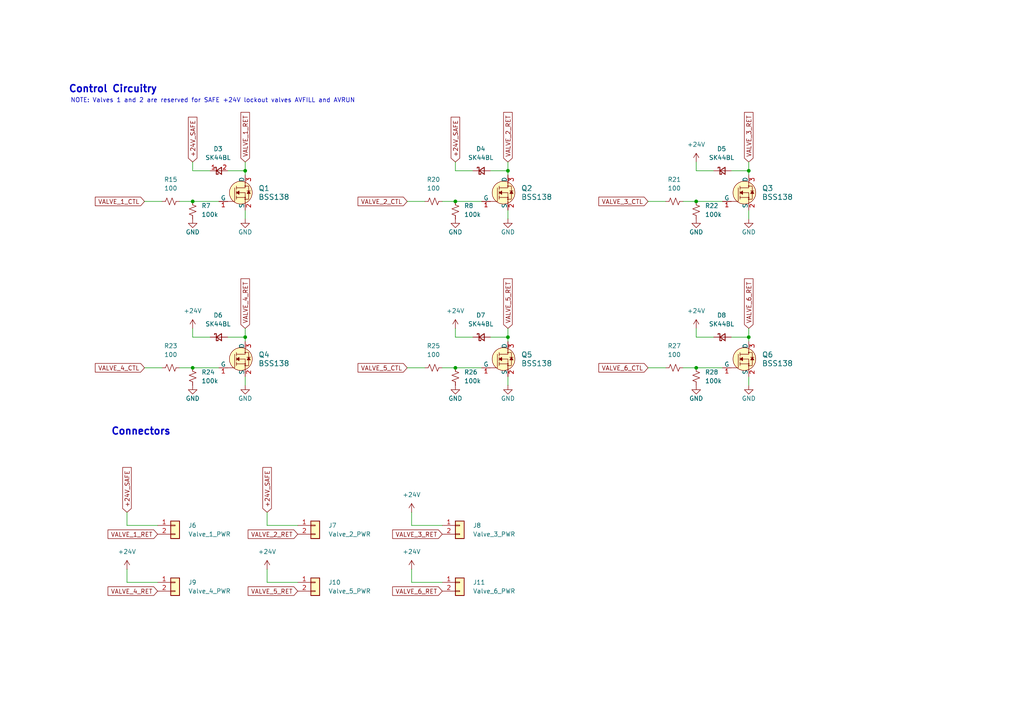
<source format=kicad_sch>
(kicad_sch (version 20250114) (generator "eeschema") (generator_version "9.0")
  (paper "A4")
  (title_block (title "Valve Control") (rev "0.1.0") (company "Queen's Rocket Engineering Team"))
  (lib_symbols
    (symbol "Connector_Generic:Conn_01x02" (pin_names (offset 1.016) (hide yes))
      (property "Reference" "J" (at 0 2.54 0))
      (property "Value" "Conn_01x02" (at 0 -5.08 0))
      (symbol "Conn_01x02_1_1"
        (rectangle (start -1.27 1.27) (end 1.27 -3.81) (stroke (width 0.254)) (fill (type background)))
        (rectangle (start -1.27 0.127) (end 0 -0.127) (stroke (width 0.1524)))
        (rectangle (start -1.27 -2.413) (end 0 -2.667) (stroke (width 0.1524)))
        (pin passive line (at -5.08 0 0) (length 3.81) (name "Pin_1") (number "1"))
        (pin passive line (at -5.08 -2.54 0) (length 3.81) (name "Pin_2") (number "2"))
      )
    )
    (symbol "D_Schottky_Small_1" (pin_names (offset 0.254) (hide yes))
      (property "Reference" "D" (at -1.27 2.032 0))
      (property "Value" "D_Schottky_Small" (at -7.112 -2.032 0))
      (symbol "D_Schottky_Small_1_0_1"
        (polyline (pts (xy -1.27 0.762) (xy -1.27 1.016) (xy -0.762 1.016) (xy -0.762 -1.016) (xy -0.254 -1.016) (xy -0.254 -0.762)) (stroke (width 0.254)))
        (polyline (pts (xy -0.762 0) (xy 0.762 0)))
        (polyline (pts (xy 0.762 -1.016) (xy -0.762 0) (xy 0.762 1.016) (xy 0.762 -1.016)) (stroke (width 0.254)))
      )
      (symbol "D_Schottky_Small_1_1_1"
        (pin passive line (at -2.54 0 0) (length 1.778) (name "K") (number "1"))
        (pin passive line (at 2.54 0 180) (length 1.778) (name "A") (number "2"))
      )
    )
    (symbol "Device:D_Schottky_Small" (pin_numbers (hide yes)) (pin_names (offset 0.254) (hide yes))
      (property "Reference" "D" (at -1.27 2.032 0))
      (property "Value" "D_Schottky_Small" (at -7.112 -2.032 0))
      (symbol "D_Schottky_Small_0_1"
        (polyline (pts (xy -1.27 0.762) (xy -1.27 1.016) (xy -0.762 1.016) (xy -0.762 -1.016) (xy -0.254 -1.016) (xy -0.254 -0.762)) (stroke (width 0.254)))
        (polyline (pts (xy -0.762 0) (xy 0.762 0)))
        (polyline (pts (xy 0.762 -1.016) (xy -0.762 0) (xy 0.762 1.016) (xy 0.762 -1.016)) (stroke (width 0.254)))
      )
      (symbol "D_Schottky_Small_1_1"
        (pin passive line (at -2.54 0 0) (length 1.778) (name "K") (number "1"))
        (pin passive line (at 2.54 0 180) (length 1.778) (name "A") (number "2"))
      )
    )
    (symbol "Device:R_Small_US" (pin_numbers (hide yes)) (pin_names (offset 0.254) (hide yes))
      (property "Reference" "R" (at 0.762 0.508 0))
      (property "Value" "R_Small_US" (at 0.762 -1.016 0))
      (symbol "R_Small_US_1_1"
        (polyline (pts (xy 0 1.524) (xy 1.016 1.143) (xy 0 0.762) (xy -1.016 0.381) (xy 0 0)))
        (polyline (pts (xy 0 0) (xy 1.016 -0.381) (xy 0 -0.762) (xy -1.016 -1.143) (xy 0 -1.524)))
        (pin passive line (at 0 2.54 270) (length 1.016) (name "~") (number "1"))
        (pin passive line (at 0 -2.54 90) (length 1.016) (name "~") (number "2"))
      )
    )
    (symbol "dk_Transistors-FETs-MOSFETs-Single:BSS138" (pin_names (offset 0))
      (property "Reference" "Q" (at -2.6924 3.6322 0))
      (property "Value" "BSS138" (at 3.4544 0 90))
      (symbol "BSS138_0_1"
        (polyline (pts (xy -5.08 -2.54) (xy -3.048 -2.54) (xy -3.048 1.397)))
        (circle (center -1.27 0) (radius 3.302) (fill (type background)))
        (polyline (pts (xy -0.127 -1.905) (xy 1.016 -1.905) (xy 1.016 1.397) (xy 1.016 1.905) (xy -0.127 1.905)))
        (polyline (pts (xy 0 2.54) (xy 0 1.397) (xy -2.54 1.397)))
        (circle (center 0 1.905) (radius 0.127))
        (polyline (pts (xy 0 -1.397) (xy -2.54 -1.397)))
        (circle (center 0 -1.397) (radius 0.127))
        (circle (center 0 -1.905) (radius 0.127))
        (polyline (pts (xy 0 -2.54) (xy 0 0) (xy -2.54 0)))
      )
      (symbol "BSS138_1_1"
        (polyline (pts (xy -2.54 1.905) (xy -2.54 0.889)))
        (polyline (pts (xy -2.54 0) (xy -2.54 0.508)))
        (polyline (pts (xy -2.54 0) (xy -2.54 -0.508)))
        (polyline (pts (xy -2.54 0) (xy -1.778 0.508) (xy -1.778 -0.508) (xy -2.54 0)) (fill (type outline)))
        (polyline (pts (xy -2.54 -1.397) (xy -2.54 -0.889)))
        (polyline (pts (xy -2.54 -1.397) (xy -2.54 -1.905)))
        (polyline (pts (xy 1.016 0.508) (xy 0.508 -0.254) (xy 1.524 -0.254) (xy 1.016 0.508)) (fill (type outline)))
        (polyline (pts (xy 1.524 0.508) (xy 0.508 0.508)))
        (pin bidirectional line (at -7.62 -2.54 0) (length 2.54) (name "G") (number "1"))
        (pin bidirectional line (at 0 5.08 270) (length 2.54) (name "D") (number "3"))
        (pin bidirectional line (at 0 -5.08 90) (length 2.54) (name "S") (number "2"))
      )
    )
    (symbol "power:+24V" (power) (pin_numbers (hide yes)) (pin_names (offset 0) (hide yes))
      (property "Value" "+24V" (at 0 3.556 0))
      (symbol "+24V_0_1"
        (polyline (pts (xy -0.762 1.27) (xy 0 2.54)))
        (polyline (pts (xy 0 2.54) (xy 0.762 1.27)))
        (polyline (pts (xy 0 0) (xy 0 2.54)))
      )
      (symbol "+24V_1_1"
        (pin power_in line (at 0 0 90) (length 0) (name "~") (number "1"))
      )
    )
    (symbol "power:GND" (power) (pin_numbers (hide yes)) (pin_names (offset 0) (hide yes))
      (property "Value" "GND" (at 0 -3.81 0))
      (symbol "GND_0_1"
        (polyline (pts (xy 0 0) (xy 0 -1.27) (xy 1.27 -1.27) (xy 0 -2.54) (xy -1.27 -1.27) (xy 0 -1.27)))
      )
      (symbol "GND_1_1"
        (pin power_in line (at 0 0 270) (length 0) (name "~") (number "1"))
      )
    )
  )
  (text "NOTE: Valves 1 and 2 are reserved for SAFE +24V lockout valves AVFILL and AVRUN" (at 61.722 29.21 0) (effects (font (size 1.27 1.27) (thickness 0.1588))))
  (text "Control Circuitry\n" (at 32.766 25.908 0) (effects (font (size 2.032 2.032) (thickness 0.4064) (bold yes))))
  (text "Connectors" (at 40.894 125.222 0) (effects (font (size 2.032 2.032) (thickness 0.4064) (bold yes))))
  (junction (at 217.17 49.53))
  (junction (at 55.88 106.68))
  (junction (at 147.32 97.79))
  (junction (at 132.08 106.68))
  (junction (at 201.93 106.68))
  (junction (at 217.17 97.79))
  (junction (at 147.32 49.53))
  (junction (at 71.12 49.53))
  (junction (at 201.93 58.42))
  (junction (at 71.12 97.79))
  (junction (at 132.08 58.42))
  (junction (at 55.88 58.42))
  (wire (pts (xy 41.91 58.42) (xy 46.99 58.42)))
  (wire (pts (xy 41.91 106.68) (xy 46.99 106.68)))
  (wire (pts (xy 52.07 106.68) (xy 55.88 106.68)))
  (wire (pts (xy 55.88 106.68) (xy 63.5 106.68)))
  (wire (pts (xy 147.32 109.22) (xy 147.32 111.76)))
  (wire (pts (xy 128.27 106.68) (xy 132.08 106.68)))
  (wire (pts (xy 132.08 95.25) (xy 132.08 97.79)))
  (wire (pts (xy 217.17 49.53) (xy 217.17 50.8)))
  (wire (pts (xy 217.17 109.22) (xy 217.17 111.76)))
  (wire (pts (xy 132.08 106.68) (xy 139.7 106.68)))
  (wire (pts (xy 128.27 168.91) (xy 119.38 168.91)))
  (wire (pts (xy 45.72 168.91) (xy 36.83 168.91)))
  (wire (pts (xy 71.12 60.96) (xy 71.12 63.5)))
  (wire (pts (xy 66.04 49.53) (xy 71.12 49.53)))
  (wire (pts (xy 118.11 106.68) (xy 123.19 106.68)))
  (wire (pts (xy 71.12 97.79) (xy 71.12 99.06)))
  (wire (pts (xy 71.12 95.25) (xy 71.12 97.79)))
  (wire (pts (xy 147.32 97.79) (xy 147.32 99.06)))
  (wire (pts (xy 128.27 152.4) (xy 119.38 152.4)))
  (wire (pts (xy 119.38 165.1) (xy 119.38 168.91)))
  (wire (pts (xy 201.93 58.42) (xy 209.55 58.42)))
  (wire (pts (xy 71.12 49.53) (xy 71.12 50.8)))
  (wire (pts (xy 77.47 148.59) (xy 77.47 152.4)))
  (wire (pts (xy 71.12 109.22) (xy 71.12 111.76)))
  (wire (pts (xy 147.32 60.96) (xy 147.32 63.5)))
  (wire (pts (xy 137.16 49.53) (xy 132.08 49.53)))
  (wire (pts (xy 201.93 46.99) (xy 201.93 49.53)))
  (wire (pts (xy 60.96 49.53) (xy 55.88 49.53)))
  (wire (pts (xy 128.27 58.42) (xy 132.08 58.42)))
  (wire (pts (xy 86.36 168.91) (xy 77.47 168.91)))
  (wire (pts (xy 66.04 97.79) (xy 71.12 97.79)))
  (wire (pts (xy 217.17 97.79) (xy 217.17 99.06)))
  (wire (pts (xy 147.32 46.99) (xy 147.32 49.53)))
  (wire (pts (xy 71.12 46.99) (xy 71.12 49.53)))
  (wire (pts (xy 147.32 95.25) (xy 147.32 97.79)))
  (wire (pts (xy 86.36 152.4) (xy 77.47 152.4)))
  (wire (pts (xy 142.24 49.53) (xy 147.32 49.53)))
  (wire (pts (xy 212.09 49.53) (xy 217.17 49.53)))
  (wire (pts (xy 132.08 46.99) (xy 132.08 49.53)))
  (wire (pts (xy 77.47 165.1) (xy 77.47 168.91)))
  (wire (pts (xy 137.16 97.79) (xy 132.08 97.79)))
  (wire (pts (xy 217.17 95.25) (xy 217.17 97.79)))
  (wire (pts (xy 36.83 165.1) (xy 36.83 168.91)))
  (wire (pts (xy 201.93 95.25) (xy 201.93 97.79)))
  (wire (pts (xy 212.09 97.79) (xy 217.17 97.79)))
  (wire (pts (xy 217.17 46.99) (xy 217.17 49.53)))
  (wire (pts (xy 55.88 58.42) (xy 63.5 58.42)))
  (wire (pts (xy 201.93 106.68) (xy 209.55 106.68)))
  (wire (pts (xy 119.38 148.59) (xy 119.38 152.4)))
  (wire (pts (xy 207.01 49.53) (xy 201.93 49.53)))
  (wire (pts (xy 142.24 97.79) (xy 147.32 97.79)))
  (wire (pts (xy 198.12 106.68) (xy 201.93 106.68)))
  (wire (pts (xy 217.17 60.96) (xy 217.17 63.5)))
  (wire (pts (xy 118.11 58.42) (xy 123.19 58.42)))
  (wire (pts (xy 207.01 97.79) (xy 201.93 97.79)))
  (wire (pts (xy 60.96 97.79) (xy 55.88 97.79)))
  (wire (pts (xy 187.96 106.68) (xy 193.04 106.68)))
  (wire (pts (xy 187.96 58.42) (xy 193.04 58.42)))
  (wire (pts (xy 52.07 58.42) (xy 55.88 58.42)))
  (wire (pts (xy 55.88 95.25) (xy 55.88 97.79)))
  (wire (pts (xy 198.12 58.42) (xy 201.93 58.42)))
  (wire (pts (xy 132.08 58.42) (xy 139.7 58.42)))
  (wire (pts (xy 45.72 152.4) (xy 36.83 152.4)))
  (wire (pts (xy 55.88 46.99) (xy 55.88 49.53)))
  (wire (pts (xy 147.32 49.53) (xy 147.32 50.8)))
  (wire (pts (xy 36.83 148.59) (xy 36.83 152.4)))
  (global_label "VALVE_2_RET" (shape input) (at 147.32 46.99 90) (property "Intersheetrefs" "${INTERSHEET_REFS}" (effects (hide yes))))
  (global_label "VALVE_1_CTL" (shape input) (at 41.91 58.42 180) (property "Intersheetrefs" "${INTERSHEET_REFS}" (effects (hide yes))))
  (global_label "+24V_SAFE" (shape input) (at 55.88 46.99 90) (property "Intersheetrefs" "${INTERSHEET_REFS}" (effects (hide yes))))
  (global_label "VALVE_2_CTL" (shape input) (at 118.11 58.42 180) (property "Intersheetrefs" "${INTERSHEET_REFS}" (effects (hide yes))))
  (global_label "VALVE_5_RET" (shape input) (at 147.32 95.25 90) (property "Intersheetrefs" "${INTERSHEET_REFS}" (effects (hide yes))))
  (global_label "VALVE_5_RET" (shape input) (at 86.36 171.45 180) (property "Intersheetrefs" "${INTERSHEET_REFS}" (effects (hide yes))))
  (global_label "VALVE_4_RET" (shape input) (at 45.72 171.45 180) (property "Intersheetrefs" "${INTERSHEET_REFS}" (effects (hide yes))))
  (global_label "VALVE_1_RET" (shape input) (at 45.72 154.94 180) (property "Intersheetrefs" "${INTERSHEET_REFS}" (effects (hide yes))))
  (global_label "VALVE_4_RET" (shape input) (at 71.12 95.25 90) (property "Intersheetrefs" "${INTERSHEET_REFS}" (effects (hide yes))))
  (global_label "VALVE_6_CTL" (shape input) (at 187.96 106.68 180) (property "Intersheetrefs" "${INTERSHEET_REFS}" (effects (hide yes))))
  (global_label "VALVE_3_CTL" (shape input) (at 187.96 58.42 180) (property "Intersheetrefs" "${INTERSHEET_REFS}" (effects (hide yes))))
  (global_label "VALVE_4_CTL" (shape input) (at 41.91 106.68 180) (property "Intersheetrefs" "${INTERSHEET_REFS}" (effects (hide yes))))
  (global_label "VALVE_5_CTL" (shape input) (at 118.11 106.68 180) (property "Intersheetrefs" "${INTERSHEET_REFS}" (effects (hide yes))))
  (global_label "VALVE_3_RET" (shape input) (at 128.27 154.94 180) (property "Intersheetrefs" "${INTERSHEET_REFS}" (effects (hide yes))))
  (global_label "VALVE_2_RET" (shape input) (at 86.36 154.94 180) (property "Intersheetrefs" "${INTERSHEET_REFS}" (effects (hide yes))))
  (global_label "VALVE_1_RET" (shape input) (at 71.12 46.99 90) (property "Intersheetrefs" "${INTERSHEET_REFS}" (effects (hide yes))))
  (global_label "+24V_SAFE" (shape input) (at 77.47 148.59 90) (property "Intersheetrefs" "${INTERSHEET_REFS}" (effects (hide yes))))
  (global_label "VALVE_6_RET" (shape input) (at 128.27 171.45 180) (property "Intersheetrefs" "${INTERSHEET_REFS}" (effects (hide yes))))
  (global_label "+24V_SAFE" (shape input) (at 132.08 46.99 90) (property "Intersheetrefs" "${INTERSHEET_REFS}" (effects (hide yes))))
  (global_label "VALVE_3_RET" (shape input) (at 217.17 46.99 90) (property "Intersheetrefs" "${INTERSHEET_REFS}" (effects (hide yes))))
  (global_label "+24V_SAFE" (shape input) (at 36.83 148.59 90) (property "Intersheetrefs" "${INTERSHEET_REFS}" (effects (hide yes))))
  (global_label "VALVE_6_RET" (shape input) (at 217.17 95.25 90) (property "Intersheetrefs" "${INTERSHEET_REFS}" (effects (hide yes))))
  (symbol (lib_name "D_Schottky_Small_1") (lib_id "Device:D_Schottky_Small") (at 63.5 49.53 0) (unit 1)
    (property "Reference" "D3" (at 63.246 43.18 0))
    (property "Value" "SK44BL" (at 63.246 45.72 0))
    (property "Footprint" "Diode_SMD:D_SMB" (effects (hide yes)))
    (property "Description" "Schottky diode, small symbol" (effects (hide yes)))
    (property "MPN" "SK44BL-TP" (effects (hide yes)))
    (property "LCSC" "C151740" (effects (hide yes)))
  )
  (symbol (lib_id "Device:D_Schottky_Small") (at 139.7 49.53 0) (unit 1)
    (property "Reference" "D4" (at 139.446 43.18 0))
    (property "Value" "SK44BL" (at 139.446 45.72 0))
    (property "Footprint" "Diode_SMD:D_SMB" (effects (hide yes)))
    (property "Description" "Schottky diode, small symbol" (effects (hide yes)))
    (property "MPN" "SK44BL-TP" (effects (hide yes)))
    (property "LCSC" "C151740" (effects (hide yes)))
  )
  (symbol (lib_id "power:GND") (at 71.12 63.5 0) (unit 1)
    (property "Reference" "#PWR057" (effects (hide yes)))
    (property "Value" "GND" (at 71.12 67.31 0))
    (property "Description" "Power symbol creates a global label with name \"GND\" , ground" (effects (hide yes)))
  )
  (symbol (lib_id "power:GND") (at 132.08 111.76 0) (unit 1)
    (property "Reference" "#PWR070" (effects (hide yes)))
    (property "Value" "GND" (at 132.08 115.57 0))
    (property "Description" "Power symbol creates a global label with name \"GND\" , ground" (effects (hide yes)))
  )
  (symbol (lib_id "Device:R_Small_US") (at 55.88 109.22 0) (unit 1)
    (property "Reference" "R24" (at 58.42 107.9499 0) (effects (justify left)))
    (property "Value" "100k" (at 58.42 110.4899 0) (effects (justify left)))
    (property "Footprint" "Resistor_SMD:R_0402_1005Metric" (effects (hide yes)))
    (property "Description" "Resistor, small US symbol" (effects (hide yes)))
    (property "MPN" "0402WGJ0104TCE" (effects (hide yes)))
    (property "LCSC" "C25530" (effects (hide yes)))
  )
  (symbol (lib_id "Device:R_Small_US") (at 195.58 58.42 90) (unit 1)
    (property "Reference" "R21" (at 195.58 52.07 90))
    (property "Value" "100" (at 195.58 54.61 90))
    (property "Footprint" "Resistor_SMD:R_0402_1005Metric" (effects (hide yes)))
    (property "Description" "Resistor, small US symbol" (effects (hide yes)))
    (property "MPN" "0402WGF1000TCE" (effects (hide yes)))
    (property "LCSC" "C25076" (effects (hide yes)))
  )
  (symbol (lib_id "power:+24V") (at 55.88 95.25 0) (unit 1)
    (property "Reference" "#PWR066" (effects (hide yes)))
    (property "Value" "+24V" (at 55.88 90.17 0))
    (property "Description" "Power symbol creates a global label with name \"+24V\"" (effects (hide yes)))
  )
  (symbol (lib_id "power:GND") (at 217.17 63.5 0) (unit 1)
    (property "Reference" "#PWR065" (effects (hide yes)))
    (property "Value" "GND" (at 217.17 67.31 0))
    (property "Description" "Power symbol creates a global label with name \"GND\" , ground" (effects (hide yes)))
  )
  (symbol (lib_id "Device:R_Small_US") (at 49.53 58.42 90) (unit 1)
    (property "Reference" "R15" (at 49.53 52.07 90))
    (property "Value" "100" (at 49.53 54.61 90))
    (property "Footprint" "Resistor_SMD:R_0402_1005Metric" (effects (hide yes)))
    (property "Description" "Resistor, small US symbol" (effects (hide yes)))
    (property "MPN" "0402WGF1000TCE" (effects (hide yes)))
    (property "LCSC" "C25076" (effects (hide yes)))
  )
  (symbol (lib_id "power:GND") (at 55.88 111.76 0) (unit 1)
    (property "Reference" "#PWR067" (effects (hide yes)))
    (property "Value" "GND" (at 55.88 115.57 0))
    (property "Description" "Power symbol creates a global label with name \"GND\" , ground" (effects (hide yes)))
  )
  (symbol (lib_id "dk_Transistors-FETs-MOSFETs-Single:BSS138") (at 147.32 55.88 0) (unit 1)
    (property "Reference" "Q2" (at 151.13 54.6099 0) (effects (font (size 1.524 1.524)) (justify left)))
    (property "Value" "BSS138" (at 151.13 57.1499 0) (effects (font (size 1.524 1.524)) (justify left)))
    (property "Footprint" "Package_TO_SOT_SMD:SOT-23-3" (effects (hide yes)))
    (property "Datasheet" "https://www.onsemi.com/pub/Collateral/BSS138-D.PDF" (effects (hide yes)))
    (property "Description" "MOSFET N-CH 50V 220MA SOT-23" (effects (hide yes)))
    (property "MPN" "BSS138" (effects (hide yes)))
    (property "LCSC" "C8490" (effects (hide yes)))
    (property "Category" "Discrete Semiconductor Products" (effects (hide yes)))
    (property "Family" "Transistors - FETs, MOSFETs - Single" (effects (hide yes)))
    (property "DK_Datasheet_Link" "https://www.onsemi.com/pub/Collateral/BSS138-D.PDF" (effects (hide yes)))
    (property "DK_Detail_Page" "/product-detail/en/on-semiconductor/BSS138/BSS138CT-ND/244294" (effects (hide yes)))
    (property "Description_1" "MOSFET N-CH 50V 220MA SOT-23" (effects (hide yes)))
    (property "Manufacturer" "ON Semiconductor" (effects (hide yes)))
    (property "Status" "Active" (effects (hide yes)))
  )
  (symbol (lib_id "dk_Transistors-FETs-MOSFETs-Single:BSS138") (at 217.17 55.88 0) (unit 1)
    (property "Reference" "Q3" (at 220.98 54.6099 0) (effects (font (size 1.524 1.524)) (justify left)))
    (property "Value" "BSS138" (at 220.98 57.1499 0) (effects (font (size 1.524 1.524)) (justify left)))
    (property "Footprint" "Package_TO_SOT_SMD:SOT-23-3" (effects (hide yes)))
    (property "Datasheet" "https://www.onsemi.com/pub/Collateral/BSS138-D.PDF" (effects (hide yes)))
    (property "Description" "MOSFET N-CH 50V 220MA SOT-23" (effects (hide yes)))
    (property "Digi-Key_PN" "BSS138CT-ND" (effects (hide yes)))
    (property "MPN" "BSS138" (effects (hide yes)))
    (property "Category" "Discrete Semiconductor Products" (effects (hide yes)))
    (property "Family" "Transistors - FETs, MOSFETs - Single" (effects (hide yes)))
    (property "DK_Datasheet_Link" "https://www.onsemi.com/pub/Collateral/BSS138-D.PDF" (effects (hide yes)))
    (property "DK_Detail_Page" "/product-detail/en/on-semiconductor/BSS138/BSS138CT-ND/244294" (effects (hide yes)))
    (property "Description_1" "MOSFET N-CH 50V 220MA SOT-23" (effects (hide yes)))
    (property "Manufacturer" "ON Semiconductor" (effects (hide yes)))
    (property "Status" "Active" (effects (hide yes)))
    (property "LCSC" "C8490" (effects (hide yes)))
  )
  (symbol (lib_id "Device:R_Small_US") (at 132.08 109.22 0) (unit 1)
    (property "Reference" "R26" (at 134.62 107.9499 0) (effects (justify left)))
    (property "Value" "100k" (at 134.62 110.4899 0) (effects (justify left)))
    (property "Footprint" "Resistor_SMD:R_0402_1005Metric" (effects (hide yes)))
    (property "Description" "Resistor, small US symbol" (effects (hide yes)))
    (property "MPN" "0402WGJ0104TCE" (effects (hide yes)))
    (property "LCSC" "C25530" (effects (hide yes)))
  )
  (symbol (lib_id "dk_Transistors-FETs-MOSFETs-Single:BSS138") (at 217.17 104.14 0) (unit 1)
    (property "Reference" "Q6" (at 220.98 102.8699 0) (effects (font (size 1.524 1.524)) (justify left)))
    (property "Value" "BSS138" (at 220.98 105.4099 0) (effects (font (size 1.524 1.524)) (justify left)))
    (property "Footprint" "Package_TO_SOT_SMD:SOT-23-3" (effects (hide yes)))
    (property "Datasheet" "https://www.onsemi.com/pub/Collateral/BSS138-D.PDF" (effects (hide yes)))
    (property "Description" "MOSFET N-CH 50V 220MA SOT-23" (effects (hide yes)))
    (property "Digi-Key_PN" "BSS138CT-ND" (effects (hide yes)))
    (property "MPN" "BSS138" (effects (hide yes)))
    (property "Category" "Discrete Semiconductor Products" (effects (hide yes)))
    (property "Family" "Transistors - FETs, MOSFETs - Single" (effects (hide yes)))
    (property "DK_Datasheet_Link" "https://www.onsemi.com/pub/Collateral/BSS138-D.PDF" (effects (hide yes)))
    (property "DK_Detail_Page" "/product-detail/en/on-semiconductor/BSS138/BSS138CT-ND/244294" (effects (hide yes)))
    (property "Description_1" "MOSFET N-CH 50V 220MA SOT-23" (effects (hide yes)))
    (property "Manufacturer" "ON Semiconductor" (effects (hide yes)))
    (property "Status" "Active" (effects (hide yes)))
    (property "LCSC" "C8490" (effects (hide yes)))
  )
  (symbol (lib_id "Device:R_Small_US") (at 195.58 106.68 90) (unit 1)
    (property "Reference" "R27" (at 195.58 100.33 90))
    (property "Value" "100" (at 195.58 102.87 90))
    (property "Footprint" "Resistor_SMD:R_0402_1005Metric" (effects (hide yes)))
    (property "Description" "Resistor, small US symbol" (effects (hide yes)))
    (property "MPN" "0402WGF1000TCE" (effects (hide yes)))
    (property "LCSC" "C25076" (effects (hide yes)))
  )
  (symbol (lib_id "Connector_Generic:Conn_01x02") (at 50.8 152.4 0) (unit 1)
    (property "Reference" "J6" (at 54.61 152.3999 0) (effects (justify left)))
    (property "Value" "Valve_1_PWR" (at 54.61 154.9399 0) (effects (justify left)))
    (property "Footprint" "Connector_JST:JST_XH_B2B-XH-A_1x02_P2.50mm_Vertical" (effects (hide yes)))
    (property "Description" "Generic connector, single row, 01x02, script generated (kicad-library-utils/schlib/autogen/connector/)" (effects (hide yes)))
    (property "MPN" "XH-2A" (effects (hide yes)))
    (property "LCSC" "C20079" (effects (hide yes)))
  )
  (symbol (lib_id "Connector_Generic:Conn_01x02") (at 133.35 152.4 0) (unit 1)
    (property "Reference" "J8" (at 137.16 152.3999 0) (effects (justify left)))
    (property "Value" "Valve_3_PWR" (at 137.16 154.9399 0) (effects (justify left)))
    (property "Footprint" "Connector_JST:JST_XH_B2B-XH-A_1x02_P2.50mm_Vertical" (effects (hide yes)))
    (property "Description" "Generic connector, single row, 01x02, script generated (kicad-library-utils/schlib/autogen/connector/)" (effects (hide yes)))
    (property "MPN" "XH-2A" (effects (hide yes)))
    (property "LCSC" "C20079" (effects (hide yes)))
  )
  (symbol (lib_id "Device:R_Small_US") (at 132.08 60.96 0) (unit 1)
    (property "Reference" "R8" (at 134.62 59.6899 0) (effects (justify left)))
    (property "Value" "100k" (at 134.62 62.2299 0) (effects (justify left)))
    (property "Footprint" "Resistor_SMD:R_0402_1005Metric" (effects (hide yes)))
    (property "Description" "Resistor, small US symbol" (effects (hide yes)))
    (property "MPN" "0402WGJ0104TCE" (effects (hide yes)))
    (property "LCSC" "C25530" (effects (hide yes)))
  )
  (symbol (lib_id "power:+24V") (at 201.93 95.25 0) (unit 1)
    (property "Reference" "#PWR072" (effects (hide yes)))
    (property "Value" "+24V" (at 201.93 90.17 0))
    (property "Description" "Power symbol creates a global label with name \"+24V\"" (effects (hide yes)))
  )
  (symbol (lib_id "dk_Transistors-FETs-MOSFETs-Single:BSS138") (at 147.32 104.14 0) (unit 1)
    (property "Reference" "Q5" (at 151.13 102.8699 0) (effects (font (size 1.524 1.524)) (justify left)))
    (property "Value" "BSS138" (at 151.13 105.4099 0) (effects (font (size 1.524 1.524)) (justify left)))
    (property "Footprint" "Package_TO_SOT_SMD:SOT-23-3" (effects (hide yes)))
    (property "Datasheet" "https://www.onsemi.com/pub/Collateral/BSS138-D.PDF" (effects (hide yes)))
    (property "Description" "MOSFET N-CH 50V 220MA SOT-23" (effects (hide yes)))
    (property "MPN" "BSS138" (effects (hide yes)))
    (property "LCSC" "C8490" (effects (hide yes)))
    (property "Category" "Discrete Semiconductor Products" (effects (hide yes)))
    (property "Family" "Transistors - FETs, MOSFETs - Single" (effects (hide yes)))
    (property "DK_Datasheet_Link" "https://www.onsemi.com/pub/Collateral/BSS138-D.PDF" (effects (hide yes)))
    (property "DK_Detail_Page" "/product-detail/en/on-semiconductor/BSS138/BSS138CT-ND/244294" (effects (hide yes)))
    (property "Description_1" "MOSFET N-CH 50V 220MA SOT-23" (effects (hide yes)))
    (property "Manufacturer" "ON Semiconductor" (effects (hide yes)))
    (property "Status" "Active" (effects (hide yes)))
  )
  (symbol (lib_id "power:GND") (at 147.32 111.76 0) (unit 1)
    (property "Reference" "#PWR071" (effects (hide yes)))
    (property "Value" "GND" (at 147.32 115.57 0))
    (property "Description" "Power symbol creates a global label with name \"GND\" , ground" (effects (hide yes)))
  )
  (symbol (lib_id "Device:D_Schottky_Small") (at 139.7 97.79 0) (unit 1)
    (property "Reference" "D7" (at 139.446 91.44 0))
    (property "Value" "SK44BL" (at 139.446 93.98 0))
    (property "Footprint" "Diode_SMD:D_SMB" (effects (hide yes)))
    (property "Description" "Schottky diode, small symbol" (effects (hide yes)))
    (property "MPN" "SK44BL-TP" (effects (hide yes)))
    (property "LCSC" "C151740" (effects (hide yes)))
  )
  (symbol (lib_id "power:+24V") (at 132.08 95.25 0) (unit 1)
    (property "Reference" "#PWR069" (effects (hide yes)))
    (property "Value" "+24V" (at 132.08 90.17 0))
    (property "Description" "Power symbol creates a global label with name \"+24V\"" (effects (hide yes)))
  )
  (symbol (lib_id "Device:R_Small_US") (at 201.93 60.96 0) (unit 1)
    (property "Reference" "R22" (at 204.47 59.6899 0) (effects (justify left)))
    (property "Value" "100k" (at 204.47 62.2299 0) (effects (justify left)))
    (property "Footprint" "Resistor_SMD:R_0402_1005Metric" (effects (hide yes)))
    (property "Description" "Resistor, small US symbol" (effects (hide yes)))
    (property "MPN" "0402WGJ0104TCE" (effects (hide yes)))
    (property "LCSC" "C25530" (effects (hide yes)))
  )
  (symbol (lib_id "power:+24V") (at 36.83 165.1 0) (unit 1)
    (property "Reference" "#PWR078" (effects (hide yes)))
    (property "Value" "+24V" (at 36.83 160.02 0))
    (property "Description" "Power symbol creates a global label with name \"+24V\"" (effects (hide yes)))
  )
  (symbol (lib_id "power:+24V") (at 119.38 165.1 0) (unit 1)
    (property "Reference" "#PWR080" (effects (hide yes)))
    (property "Value" "+24V" (at 119.38 160.02 0))
    (property "Description" "Power symbol creates a global label with name \"+24V\"" (effects (hide yes)))
  )
  (symbol (lib_id "dk_Transistors-FETs-MOSFETs-Single:BSS138") (at 71.12 104.14 0) (unit 1)
    (property "Reference" "Q4" (at 74.93 102.8699 0) (effects (font (size 1.524 1.524)) (justify left)))
    (property "Value" "BSS138" (at 74.93 105.4099 0) (effects (font (size 1.524 1.524)) (justify left)))
    (property "Footprint" "Package_TO_SOT_SMD:SOT-23-3" (effects (hide yes)))
    (property "Datasheet" "https://www.onsemi.com/pub/Collateral/BSS138-D.PDF" (effects (hide yes)))
    (property "Description" "MOSFET N-CH 50V 220MA SOT-23" (effects (hide yes)))
    (property "MPN" "BSS138" (effects (hide yes)))
    (property "LCSC" "C8490" (effects (hide yes)))
    (property "Category" "Discrete Semiconductor Products" (effects (hide yes)))
    (property "Family" "Transistors - FETs, MOSFETs - Single" (effects (hide yes)))
    (property "DK_Datasheet_Link" "https://www.onsemi.com/pub/Collateral/BSS138-D.PDF" (effects (hide yes)))
    (property "DK_Detail_Page" "/product-detail/en/on-semiconductor/BSS138/BSS138CT-ND/244294" (effects (hide yes)))
    (property "Description_1" "MOSFET N-CH 50V 220MA SOT-23" (effects (hide yes)))
    (property "Manufacturer" "ON Semiconductor" (effects (hide yes)))
    (property "Status" "Active" (effects (hide yes)))
  )
  (symbol (lib_id "power:GND") (at 201.93 111.76 0) (unit 1)
    (property "Reference" "#PWR073" (effects (hide yes)))
    (property "Value" "GND" (at 201.93 115.57 0))
    (property "Description" "Power symbol creates a global label with name \"GND\" , ground" (effects (hide yes)))
  )
  (symbol (lib_id "Device:R_Small_US") (at 201.93 109.22 0) (unit 1)
    (property "Reference" "R28" (at 204.47 107.9499 0) (effects (justify left)))
    (property "Value" "100k" (at 204.47 110.4899 0) (effects (justify left)))
    (property "Footprint" "Resistor_SMD:R_0402_1005Metric" (effects (hide yes)))
    (property "Description" "Resistor, small US symbol" (effects (hide yes)))
    (property "MPN" "0402WGJ0104TCE" (effects (hide yes)))
    (property "LCSC" "C25530" (effects (hide yes)))
  )
  (symbol (lib_id "Device:D_Schottky_Small") (at 63.5 97.79 0) (unit 1)
    (property "Reference" "D6" (at 63.246 91.44 0))
    (property "Value" "SK44BL" (at 63.246 93.98 0))
    (property "Footprint" "Diode_SMD:D_SMB" (effects (hide yes)))
    (property "Description" "Schottky diode, small symbol" (effects (hide yes)))
    (property "MPN" "SK44BL-TP" (effects (hide yes)))
    (property "LCSC" "C151740" (effects (hide yes)))
  )
  (symbol (lib_id "Connector_Generic:Conn_01x02") (at 133.35 168.91 0) (unit 1)
    (property "Reference" "J11" (at 137.16 168.9099 0) (effects (justify left)))
    (property "Value" "Valve_6_PWR" (at 137.16 171.4499 0) (effects (justify left)))
    (property "Footprint" "Connector_JST:JST_XH_B2B-XH-A_1x02_P2.50mm_Vertical" (effects (hide yes)))
    (property "Description" "Generic connector, single row, 01x02, script generated (kicad-library-utils/schlib/autogen/connector/)" (effects (hide yes)))
    (property "MPN" "XH-2A" (effects (hide yes)))
    (property "LCSC" "C20079" (effects (hide yes)))
  )
  (symbol (lib_id "dk_Transistors-FETs-MOSFETs-Single:BSS138") (at 71.12 55.88 0) (unit 1)
    (property "Reference" "Q1" (at 74.93 54.6099 0) (effects (font (size 1.524 1.524)) (justify left)))
    (property "Value" "BSS138" (at 74.93 57.1499 0) (effects (font (size 1.524 1.524)) (justify left)))
    (property "Footprint" "Package_TO_SOT_SMD:SOT-23-3" (effects (hide yes)))
    (property "Datasheet" "https://www.onsemi.com/pub/Collateral/BSS138-D.PDF" (effects (hide yes)))
    (property "Description" "MOSFET N-CH 50V 220MA SOT-23" (effects (hide yes)))
    (property "MPN" "BSS138" (effects (hide yes)))
    (property "LCSC" "C8490" (effects (hide yes)))
    (property "Category" "Discrete Semiconductor Products" (effects (hide yes)))
    (property "Family" "Transistors - FETs, MOSFETs - Single" (effects (hide yes)))
    (property "DK_Datasheet_Link" "https://www.onsemi.com/pub/Collateral/BSS138-D.PDF" (effects (hide yes)))
    (property "DK_Detail_Page" "/product-detail/en/on-semiconductor/BSS138/BSS138CT-ND/244294" (effects (hide yes)))
    (property "Description_1" "MOSFET N-CH 50V 220MA SOT-23" (effects (hide yes)))
    (property "Manufacturer" "ON Semiconductor" (effects (hide yes)))
    (property "Status" "Active" (effects (hide yes)))
  )
  (symbol (lib_id "Connector_Generic:Conn_01x02") (at 91.44 168.91 0) (unit 1)
    (property "Reference" "J10" (at 95.25 168.9099 0) (effects (justify left)))
    (property "Value" "Valve_5_PWR" (at 95.25 171.4499 0) (effects (justify left)))
    (property "Footprint" "Connector_JST:JST_XH_B2B-XH-A_1x02_P2.50mm_Vertical" (effects (hide yes)))
    (property "Description" "Generic connector, single row, 01x02, script generated (kicad-library-utils/schlib/autogen/connector/)" (effects (hide yes)))
    (property "MPN" "XH-2A" (effects (hide yes)))
    (property "LCSC" "C20079" (effects (hide yes)))
  )
  (symbol (lib_id "Connector_Generic:Conn_01x02") (at 50.8 168.91 0) (unit 1)
    (property "Reference" "J9" (at 54.61 168.9099 0) (effects (justify left)))
    (property "Value" "Valve_4_PWR" (at 54.61 171.4499 0) (effects (justify left)))
    (property "Footprint" "Connector_JST:JST_XH_B2B-XH-A_1x02_P2.50mm_Vertical" (effects (hide yes)))
    (property "Description" "Generic connector, single row, 01x02, script generated (kicad-library-utils/schlib/autogen/connector/)" (effects (hide yes)))
    (property "MPN" "XH-2A" (effects (hide yes)))
    (property "LCSC" "C20079" (effects (hide yes)))
  )
  (symbol (lib_id "power:GND") (at 55.88 63.5 0) (unit 1)
    (property "Reference" "#PWR058" (effects (hide yes)))
    (property "Value" "GND" (at 55.88 67.31 0))
    (property "Description" "Power symbol creates a global label with name \"GND\" , ground" (effects (hide yes)))
  )
  (symbol (lib_id "power:GND") (at 217.17 111.76 0) (unit 1)
    (property "Reference" "#PWR074" (effects (hide yes)))
    (property "Value" "GND" (at 217.17 115.57 0))
    (property "Description" "Power symbol creates a global label with name \"GND\" , ground" (effects (hide yes)))
  )
  (symbol (lib_id "power:GND") (at 147.32 63.5 0) (unit 1)
    (property "Reference" "#PWR062" (effects (hide yes)))
    (property "Value" "GND" (at 147.32 67.31 0))
    (property "Description" "Power symbol creates a global label with name \"GND\" , ground" (effects (hide yes)))
  )
  (symbol (lib_id "power:+24V") (at 119.38 148.59 0) (unit 1)
    (property "Reference" "#PWR077" (effects (hide yes)))
    (property "Value" "+24V" (at 119.38 143.51 0))
    (property "Description" "Power symbol creates a global label with name \"+24V\"" (effects (hide yes)))
  )
  (symbol (lib_id "power:+24V") (at 201.93 46.99 0) (unit 1)
    (property "Reference" "#PWR063" (effects (hide yes)))
    (property "Value" "+24V" (at 201.93 41.91 0))
    (property "Description" "Power symbol creates a global label with name \"+24V\"" (effects (hide yes)))
  )
  (symbol (lib_id "Device:R_Small_US") (at 49.53 106.68 90) (unit 1)
    (property "Reference" "R23" (at 49.53 100.33 90))
    (property "Value" "100" (at 49.53 102.87 90))
    (property "Footprint" "Resistor_SMD:R_0402_1005Metric" (effects (hide yes)))
    (property "Description" "Resistor, small US symbol" (effects (hide yes)))
    (property "MPN" "0402WGF1000TCE" (effects (hide yes)))
    (property "LCSC" "C25076" (effects (hide yes)))
  )
  (symbol (lib_id "Connector_Generic:Conn_01x02") (at 91.44 152.4 0) (unit 1)
    (property "Reference" "J7" (at 95.25 152.3999 0) (effects (justify left)))
    (property "Value" "Valve_2_PWR" (at 95.25 154.9399 0) (effects (justify left)))
    (property "Footprint" "Connector_JST:JST_XH_B2B-XH-A_1x02_P2.50mm_Vertical" (effects (hide yes)))
    (property "Description" "Generic connector, single row, 01x02, script generated (kicad-library-utils/schlib/autogen/connector/)" (effects (hide yes)))
    (property "MPN" "XH-2A" (effects (hide yes)))
    (property "LCSC" "C20079" (effects (hide yes)))
  )
  (symbol (lib_id "power:GND") (at 201.93 63.5 0) (unit 1)
    (property "Reference" "#PWR064" (effects (hide yes)))
    (property "Value" "GND" (at 201.93 67.31 0))
    (property "Description" "Power symbol creates a global label with name \"GND\" , ground" (effects (hide yes)))
  )
  (symbol (lib_id "Device:R_Small_US") (at 125.73 106.68 90) (unit 1)
    (property "Reference" "R25" (at 125.73 100.33 90))
    (property "Value" "100" (at 125.73 102.87 90))
    (property "Footprint" "Resistor_SMD:R_0402_1005Metric" (effects (hide yes)))
    (property "Description" "Resistor, small US symbol" (effects (hide yes)))
    (property "MPN" "0402WGF1000TCE" (effects (hide yes)))
    (property "LCSC" "C25076" (effects (hide yes)))
  )
  (symbol (lib_id "power:+24V") (at 77.47 165.1 0) (unit 1)
    (property "Reference" "#PWR079" (effects (hide yes)))
    (property "Value" "+24V" (at 77.47 160.02 0))
    (property "Description" "Power symbol creates a global label with name \"+24V\"" (effects (hide yes)))
  )
  (symbol (lib_id "Device:R_Small_US") (at 55.88 60.96 0) (unit 1)
    (property "Reference" "R7" (at 58.42 59.6899 0) (effects (justify left)))
    (property "Value" "100k" (at 58.42 62.2299 0) (effects (justify left)))
    (property "Footprint" "Resistor_SMD:R_0402_1005Metric" (effects (hide yes)))
    (property "Description" "Resistor, small US symbol" (effects (hide yes)))
    (property "MPN" "0402WGJ0104TCE" (effects (hide yes)))
    (property "LCSC" "C25530" (effects (hide yes)))
  )
  (symbol (lib_id "power:GND") (at 132.08 63.5 0) (unit 1)
    (property "Reference" "#PWR061" (effects (hide yes)))
    (property "Value" "GND" (at 132.08 67.31 0))
    (property "Description" "Power symbol creates a global label with name \"GND\" , ground" (effects (hide yes)))
  )
  (symbol (lib_id "Device:D_Schottky_Small") (at 209.55 97.79 0) (unit 1)
    (property "Reference" "D8" (at 209.296 91.44 0))
    (property "Value" "SK44BL" (at 209.296 93.98 0))
    (property "Footprint" "Diode_SMD:D_SMB" (effects (hide yes)))
    (property "Description" "Schottky diode, small symbol" (effects (hide yes)))
    (property "MPN" "SK44BL-TP" (effects (hide yes)))
    (property "LCSC" "C151740" (effects (hide yes)))
  )
  (symbol (lib_id "power:GND") (at 71.12 111.76 0) (unit 1)
    (property "Reference" "#PWR068" (effects (hide yes)))
    (property "Value" "GND" (at 71.12 115.57 0))
    (property "Description" "Power symbol creates a global label with name \"GND\" , ground" (effects (hide yes)))
  )
  (symbol (lib_id "Device:R_Small_US") (at 125.73 58.42 90) (unit 1)
    (property "Reference" "R20" (at 125.73 52.07 90))
    (property "Value" "100" (at 125.73 54.61 90))
    (property "Footprint" "Resistor_SMD:R_0402_1005Metric" (effects (hide yes)))
    (property "Description" "Resistor, small US symbol" (effects (hide yes)))
    (property "MPN" "0402WGF1000TCE" (effects (hide yes)))
    (property "LCSC" "C25076" (effects (hide yes)))
  )
  (symbol (lib_id "Device:D_Schottky_Small") (at 209.55 49.53 0) (unit 1)
    (property "Reference" "D5" (at 209.296 43.18 0))
    (property "Value" "SK44BL" (at 209.296 45.72 0))
    (property "Footprint" "Diode_SMD:D_SMB" (effects (hide yes)))
    (property "Description" "Schottky diode, small symbol" (effects (hide yes)))
    (property "MPN" "SK44BL-TP" (effects (hide yes)))
    (property "LCSC" "C151740" (effects (hide yes)))
  )
)
</source>
